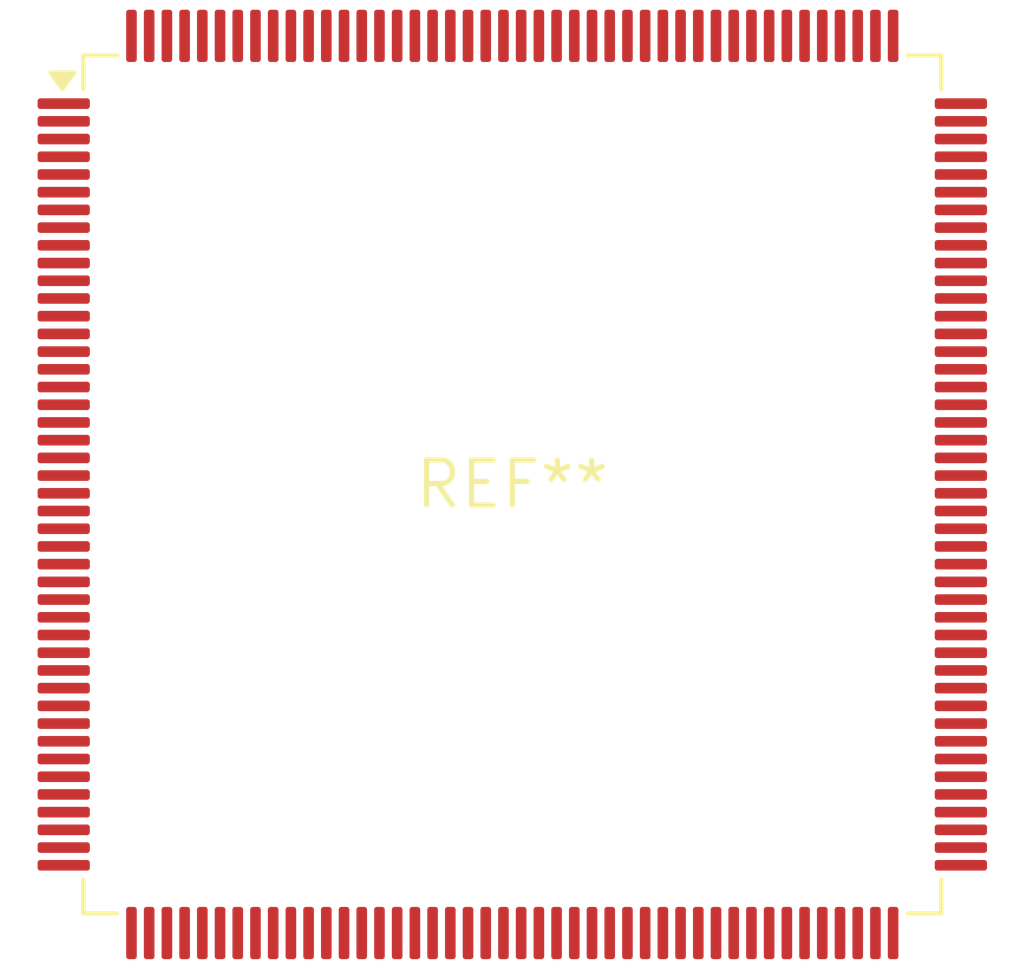
<source format=kicad_pcb>
(kicad_pcb (version 20240108) (generator pcbnew)
  (layers (0 "F.Cu" signal) (31 "B.Cu" signal) (34 "B.Paste" user) (35 "F.Paste" user) (36 "B.SilkS" user "B.Silkscreen") (37 "F.SilkS" user "F.Silkscreen") (38 "B.Mask" user) (39 "F.Mask" user) (44 "Edge.Cuts" user))
  (net 0 "")
  (footprint "TQFP-176_24x24mm_P0.5mm" (layer "F.Cu") (at 0 0)
    (property "Reference" "REF**")
    (property "Value" "TQFP-176_24x24mm_P0.5mm")
    (fp_line (start -12.11 -12.11) (end -12.11 -11.16) (layer "F.SilkS") (stroke (width 0.12)))
    (fp_line (start -12.11 12.11) (end -12.11 11.16) (layer "F.SilkS") (stroke (width 0.12)))
    (fp_line (start -11.16 -12.11) (end -12.11 -12.11) (layer "F.SilkS") (stroke (width 0.12)))
    (fp_line (start -11.16 12.11) (end -12.11 12.11) (layer "F.SilkS") (stroke (width 0.12)))
    (fp_line (start 11.16 -12.11) (end 12.11 -12.11) (layer "F.SilkS") (stroke (width 0.12)))
    (fp_line (start 11.16 12.11) (end 12.11 12.11) (layer "F.SilkS") (stroke (width 0.12)))
    (fp_line (start 12.11 -12.11) (end 12.11 -11.16) (layer "F.SilkS") (stroke (width 0.12)))
    (fp_line (start 12.11 12.11) (end 12.11 11.16) (layer "F.SilkS") (stroke (width 0.12)))
    (fp_poly (pts (xy -12.7 -11.16) (xy -13.04 -11.63) (xy -12.36 -11.63) (xy -12.7 -11.16)) (layer "F.SilkS") (stroke (width 0.12)) (fill solid))
    (pad "1" smd roundrect (at -12.6625 -10.75) (size 1.475 0.3) (layers "F.Cu" "F.Paste" "F.Mask"))
    (pad "2" smd roundrect (at -12.6625 -10.25) (size 1.475 0.3) (layers "F.Cu" "F.Paste" "F.Mask"))
    (pad "3" smd roundrect (at -12.6625 -9.75) (size 1.475 0.3) (layers "F.Cu" "F.Paste" "F.Mask"))
    (pad "4" smd roundrect (at -12.6625 -9.25) (size 1.475 0.3) (layers "F.Cu" "F.Paste" "F.Mask"))
    (pad "5" smd roundrect (at -12.6625 -8.75) (size 1.475 0.3) (layers "F.Cu" "F.Paste" "F.Mask"))
    (pad "6" smd roundrect (at -12.6625 -8.25) (size 1.475 0.3) (layers "F.Cu" "F.Paste" "F.Mask"))
    (pad "7" smd roundrect (at -12.6625 -7.75) (size 1.475 0.3) (layers "F.Cu" "F.Paste" "F.Mask"))
    (pad "8" smd roundrect (at -12.6625 -7.25) (size 1.475 0.3) (layers "F.Cu" "F.Paste" "F.Mask"))
    (pad "9" smd roundrect (at -12.6625 -6.75) (size 1.475 0.3) (layers "F.Cu" "F.Paste" "F.Mask"))
    (pad "10" smd roundrect (at -12.6625 -6.25) (size 1.475 0.3) (layers "F.Cu" "F.Paste" "F.Mask"))
    (pad "11" smd roundrect (at -12.6625 -5.75) (size 1.475 0.3) (layers "F.Cu" "F.Paste" "F.Mask"))
    (pad "12" smd roundrect (at -12.6625 -5.25) (size 1.475 0.3) (layers "F.Cu" "F.Paste" "F.Mask"))
    (pad "13" smd roundrect (at -12.6625 -4.75) (size 1.475 0.3) (layers "F.Cu" "F.Paste" "F.Mask"))
    (pad "14" smd roundrect (at -12.6625 -4.25) (size 1.475 0.3) (layers "F.Cu" "F.Paste" "F.Mask"))
    (pad "15" smd roundrect (at -12.6625 -3.75) (size 1.475 0.3) (layers "F.Cu" "F.Paste" "F.Mask"))
    (pad "16" smd roundrect (at -12.6625 -3.25) (size 1.475 0.3) (layers "F.Cu" "F.Paste" "F.Mask"))
    (pad "17" smd roundrect (at -12.6625 -2.75) (size 1.475 0.3) (layers "F.Cu" "F.Paste" "F.Mask"))
    (pad "18" smd roundrect (at -12.6625 -2.25) (size 1.475 0.3) (layers "F.Cu" "F.Paste" "F.Mask"))
    (pad "19" smd roundrect (at -12.6625 -1.75) (size 1.475 0.3) (layers "F.Cu" "F.Paste" "F.Mask"))
    (pad "20" smd roundrect (at -12.6625 -1.25) (size 1.475 0.3) (layers "F.Cu" "F.Paste" "F.Mask"))
    (pad "21" smd roundrect (at -12.6625 -0.75) (size 1.475 0.3) (layers "F.Cu" "F.Paste" "F.Mask"))
    (pad "22" smd roundrect (at -12.6625 -0.25) (size 1.475 0.3) (layers "F.Cu" "F.Paste" "F.Mask"))
    (pad "23" smd roundrect (at -12.6625 0.25) (size 1.475 0.3) (layers "F.Cu" "F.Paste" "F.Mask"))
    (pad "24" smd roundrect (at -12.6625 0.75) (size 1.475 0.3) (layers "F.Cu" "F.Paste" "F.Mask"))
    (pad "25" smd roundrect (at -12.6625 1.25) (size 1.475 0.3) (layers "F.Cu" "F.Paste" "F.Mask"))
    (pad "26" smd roundrect (at -12.6625 1.75) (size 1.475 0.3) (layers "F.Cu" "F.Paste" "F.Mask"))
    (pad "27" smd roundrect (at -12.6625 2.25) (size 1.475 0.3) (layers "F.Cu" "F.Paste" "F.Mask"))
    (pad "28" smd roundrect (at -12.6625 2.75) (size 1.475 0.3) (layers "F.Cu" "F.Paste" "F.Mask"))
    (pad "29" smd roundrect (at -12.6625 3.25) (size 1.475 0.3) (layers "F.Cu" "F.Paste" "F.Mask"))
    (pad "30" smd roundrect (at -12.6625 3.75) (size 1.475 0.3) (layers "F.Cu" "F.Paste" "F.Mask"))
    (pad "31" smd roundrect (at -12.6625 4.25) (size 1.475 0.3) (layers "F.Cu" "F.Paste" "F.Mask"))
    (pad "32" smd roundrect (at -12.6625 4.75) (size 1.475 0.3) (layers "F.Cu" "F.Paste" "F.Mask"))
    (pad "33" smd roundrect (at -12.6625 5.25) (size 1.475 0.3) (layers "F.Cu" "F.Paste" "F.Mask"))
    (pad "34" smd roundrect (at -12.6625 5.75) (size 1.475 0.3) (layers "F.Cu" "F.Paste" "F.Mask"))
    (pad "35" smd roundrect (at -12.6625 6.25) (size 1.475 0.3) (layers "F.Cu" "F.Paste" "F.Mask"))
    (pad "36" smd roundrect (at -12.6625 6.75) (size 1.475 0.3) (layers "F.Cu" "F.Paste" "F.Mask"))
    (pad "37" smd roundrect (at -12.6625 7.25) (size 1.475 0.3) (layers "F.Cu" "F.Paste" "F.Mask"))
    (pad "38" smd roundrect (at -12.6625 7.75) (size 1.475 0.3) (layers "F.Cu" "F.Paste" "F.Mask"))
    (pad "39" smd roundrect (at -12.6625 8.25) (size 1.475 0.3) (layers "F.Cu" "F.Paste" "F.Mask"))
    (pad "40" smd roundrect (at -12.6625 8.75) (size 1.475 0.3) (layers "F.Cu" "F.Paste" "F.Mask"))
    (pad "41" smd roundrect (at -12.6625 9.25) (size 1.475 0.3) (layers "F.Cu" "F.Paste" "F.Mask"))
    (pad "42" smd roundrect (at -12.6625 9.75) (size 1.475 0.3) (layers "F.Cu" "F.Paste" "F.Mask"))
    (pad "43" smd roundrect (at -12.6625 10.25) (size 1.475 0.3) (layers "F.Cu" "F.Paste" "F.Mask"))
    (pad "44" smd roundrect (at -12.6625 10.75) (size 1.475 0.3) (layers "F.Cu" "F.Paste" "F.Mask"))
    (pad "45" smd roundrect (at -10.75 12.6625) (size 0.3 1.475) (layers "F.Cu" "F.Paste" "F.Mask"))
    (pad "46" smd roundrect (at -10.25 12.6625) (size 0.3 1.475) (layers "F.Cu" "F.Paste" "F.Mask"))
    (pad "47" smd roundrect (at -9.75 12.6625) (size 0.3 1.475) (layers "F.Cu" "F.Paste" "F.Mask"))
    (pad "48" smd roundrect (at -9.25 12.6625) (size 0.3 1.475) (layers "F.Cu" "F.Paste" "F.Mask"))
    (pad "49" smd roundrect (at -8.75 12.6625) (size 0.3 1.475) (layers "F.Cu" "F.Paste" "F.Mask"))
    (pad "50" smd roundrect (at -8.25 12.6625) (size 0.3 1.475) (layers "F.Cu" "F.Paste" "F.Mask"))
    (pad "51" smd roundrect (at -7.75 12.6625) (size 0.3 1.475) (layers "F.Cu" "F.Paste" "F.Mask"))
    (pad "52" smd roundrect (at -7.25 12.6625) (size 0.3 1.475) (layers "F.Cu" "F.Paste" "F.Mask"))
    (pad "53" smd roundrect (at -6.75 12.6625) (size 0.3 1.475) (layers "F.Cu" "F.Paste" "F.Mask"))
    (pad "54" smd roundrect (at -6.25 12.6625) (size 0.3 1.475) (layers "F.Cu" "F.Paste" "F.Mask"))
    (pad "55" smd roundrect (at -5.75 12.6625) (size 0.3 1.475) (layers "F.Cu" "F.Paste" "F.Mask"))
    (pad "56" smd roundrect (at -5.25 12.6625) (size 0.3 1.475) (layers "F.Cu" "F.Paste" "F.Mask"))
    (pad "57" smd roundrect (at -4.75 12.6625) (size 0.3 1.475) (layers "F.Cu" "F.Paste" "F.Mask"))
    (pad "58" smd roundrect (at -4.25 12.6625) (size 0.3 1.475) (layers "F.Cu" "F.Paste" "F.Mask"))
    (pad "59" smd roundrect (at -3.75 12.6625) (size 0.3 1.475) (layers "F.Cu" "F.Paste" "F.Mask"))
    (pad "60" smd roundrect (at -3.25 12.6625) (size 0.3 1.475) (layers "F.Cu" "F.Paste" "F.Mask"))
    (pad "61" smd roundrect (at -2.75 12.6625) (size 0.3 1.475) (layers "F.Cu" "F.Paste" "F.Mask"))
    (pad "62" smd roundrect (at -2.25 12.6625) (size 0.3 1.475) (layers "F.Cu" "F.Paste" "F.Mask"))
    (pad "63" smd roundrect (at -1.75 12.6625) (size 0.3 1.475) (layers "F.Cu" "F.Paste" "F.Mask"))
    (pad "64" smd roundrect (at -1.25 12.6625) (size 0.3 1.475) (layers "F.Cu" "F.Paste" "F.Mask"))
    (pad "65" smd roundrect (at -0.75 12.6625) (size 0.3 1.475) (layers "F.Cu" "F.Paste" "F.Mask"))
    (pad "66" smd roundrect (at -0.25 12.6625) (size 0.3 1.475) (layers "F.Cu" "F.Paste" "F.Mask"))
    (pad "67" smd roundrect (at 0.25 12.6625) (size 0.3 1.475) (layers "F.Cu" "F.Paste" "F.Mask"))
    (pad "68" smd roundrect (at 0.75 12.6625) (size 0.3 1.475) (layers "F.Cu" "F.Paste" "F.Mask"))
    (pad "69" smd roundrect (at 1.25 12.6625) (size 0.3 1.475) (layers "F.Cu" "F.Paste" "F.Mask"))
    (pad "70" smd roundrect (at 1.75 12.6625) (size 0.3 1.475) (layers "F.Cu" "F.Paste" "F.Mask"))
    (pad "71" smd roundrect (at 2.25 12.6625) (size 0.3 1.475) (layers "F.Cu" "F.Paste" "F.Mask"))
    (pad "72" smd roundrect (at 2.75 12.6625) (size 0.3 1.475) (layers "F.Cu" "F.Paste" "F.Mask"))
    (pad "73" smd roundrect (at 3.25 12.6625) (size 0.3 1.475) (layers "F.Cu" "F.Paste" "F.Mask"))
    (pad "74" smd roundrect (at 3.75 12.6625) (size 0.3 1.475) (layers "F.Cu" "F.Paste" "F.Mask"))
    (pad "75" smd roundrect (at 4.25 12.6625) (size 0.3 1.475) (layers "F.Cu" "F.Paste" "F.Mask"))
    (pad "76" smd roundrect (at 4.75 12.6625) (size 0.3 1.475) (layers "F.Cu" "F.Paste" "F.Mask"))
    (pad "77" smd roundrect (at 5.25 12.6625) (size 0.3 1.475) (layers "F.Cu" "F.Paste" "F.Mask"))
    (pad "78" smd roundrect (at 5.75 12.6625) (size 0.3 1.475) (layers "F.Cu" "F.Paste" "F.Mask"))
    (pad "79" smd roundrect (at 6.25 12.6625) (size 0.3 1.475) (layers "F.Cu" "F.Paste" "F.Mask"))
    (pad "80" smd roundrect (at 6.75 12.6625) (size 0.3 1.475) (layers "F.Cu" "F.Paste" "F.Mask"))
    (pad "81" smd roundrect (at 7.25 12.6625) (size 0.3 1.475) (layers "F.Cu" "F.Paste" "F.Mask"))
    (pad "82" smd roundrect (at 7.75 12.6625) (size 0.3 1.475) (layers "F.Cu" "F.Paste" "F.Mask"))
    (pad "83" smd roundrect (at 8.25 12.6625) (size 0.3 1.475) (layers "F.Cu" "F.Paste" "F.Mask"))
    (pad "84" smd roundrect (at 8.75 12.6625) (size 0.3 1.475) (layers "F.Cu" "F.Paste" "F.Mask"))
    (pad "85" smd roundrect (at 9.25 12.6625) (size 0.3 1.475) (layers "F.Cu" "F.Paste" "F.Mask"))
    (pad "86" smd roundrect (at 9.75 12.6625) (size 0.3 1.475) (layers "F.Cu" "F.Paste" "F.Mask"))
    (pad "87" smd roundrect (at 10.25 12.6625) (size 0.3 1.475) (layers "F.Cu" "F.Paste" "F.Mask"))
    (pad "88" smd roundrect (at 10.75 12.6625) (size 0.3 1.475) (layers "F.Cu" "F.Paste" "F.Mask"))
    (pad "89" smd roundrect (at 12.6625 10.75) (size 1.475 0.3) (layers "F.Cu" "F.Paste" "F.Mask"))
    (pad "90" smd roundrect (at 12.6625 10.25) (size 1.475 0.3) (layers "F.Cu" "F.Paste" "F.Mask"))
    (pad "91" smd roundrect (at 12.6625 9.75) (size 1.475 0.3) (layers "F.Cu" "F.Paste" "F.Mask"))
    (pad "92" smd roundrect (at 12.6625 9.25) (size 1.475 0.3) (layers "F.Cu" "F.Paste" "F.Mask"))
    (pad "93" smd roundrect (at 12.6625 8.75) (size 1.475 0.3) (layers "F.Cu" "F.Paste" "F.Mask"))
    (pad "94" smd roundrect (at 12.6625 8.25) (size 1.475 0.3) (layers "F.Cu" "F.Paste" "F.Mask"))
    (pad "95" smd roundrect (at 12.6625 7.75) (size 1.475 0.3) (layers "F.Cu" "F.Paste" "F.Mask"))
    (pad "96" smd roundrect (at 12.6625 7.25) (size 1.475 0.3) (layers "F.Cu" "F.Paste" "F.Mask"))
    (pad "97" smd roundrect (at 12.6625 6.75) (size 1.475 0.3) (layers "F.Cu" "F.Paste" "F.Mask"))
    (pad "98" smd roundrect (at 12.6625 6.25) (size 1.475 0.3) (layers "F.Cu" "F.Paste" "F.Mask"))
    (pad "99" smd roundrect (at 12.6625 5.75) (size 1.475 0.3) (layers "F.Cu" "F.Paste" "F.Mask"))
    (pad "100" smd roundrect (at 12.6625 5.25) (size 1.475 0.3) (layers "F.Cu" "F.Paste" "F.Mask"))
    (pad "101" smd roundrect (at 12.6625 4.75) (size 1.475 0.3) (layers "F.Cu" "F.Paste" "F.Mask"))
    (pad "102" smd roundrect (at 12.6625 4.25) (size 1.475 0.3) (layers "F.Cu" "F.Paste" "F.Mask"))
    (pad "103" smd roundrect (at 12.6625 3.75) (size 1.475 0.3) (layers "F.Cu" "F.Paste" "F.Mask"))
    (pad "104" smd roundrect (at 12.6625 3.25) (size 1.475 0.3) (layers "F.Cu" "F.Paste" "F.Mask"))
    (pad "105" smd roundrect (at 12.6625 2.75) (size 1.475 0.3) (layers "F.Cu" "F.Paste" "F.Mask"))
    (pad "106" smd roundrect (at 12.6625 2.25) (size 1.475 0.3) (layers "F.Cu" "F.Paste" "F.Mask"))
    (pad "107" smd roundrect (at 12.6625 1.75) (size 1.475 0.3) (layers "F.Cu" "F.Paste" "F.Mask"))
    (pad "108" smd roundrect (at 12.6625 1.25) (size 1.475 0.3) (layers "F.Cu" "F.Paste" "F.Mask"))
    (pad "109" smd roundrect (at 12.6625 0.75) (size 1.475 0.3) (layers "F.Cu" "F.Paste" "F.Mask"))
    (pad "110" smd roundrect (at 12.6625 0.25) (size 1.475 0.3) (layers "F.Cu" "F.Paste" "F.Mask"))
    (pad "111" smd roundrect (at 12.6625 -0.25) (size 1.475 0.3) (layers "F.Cu" "F.Paste" "F.Mask"))
    (pad "112" smd roundrect (at 12.6625 -0.75) (size 1.475 0.3) (layers "F.Cu" "F.Paste" "F.Mask"))
    (pad "113" smd roundrect (at 12.6625 -1.25) (size 1.475 0.3) (layers "F.Cu" "F.Paste" "F.Mask"))
    (pad "114" smd roundrect (at 12.6625 -1.75) (size 1.475 0.3) (layers "F.Cu" "F.Paste" "F.Mask"))
    (pad "115" smd roundrect (at 12.6625 -2.25) (size 1.475 0.3) (layers "F.Cu" "F.Paste" "F.Mask"))
    (pad "116" smd roundrect (at 12.6625 -2.75) (size 1.475 0.3) (layers "F.Cu" "F.Paste" "F.Mask"))
    (pad "117" smd roundrect (at 12.6625 -3.25) (size 1.475 0.3) (layers "F.Cu" "F.Paste" "F.Mask"))
    (pad "118" smd roundrect (at 12.6625 -3.75) (size 1.475 0.3) (layers "F.Cu" "F.Paste" "F.Mask"))
    (pad "119" smd roundrect (at 12.6625 -4.25) (size 1.475 0.3) (layers "F.Cu" "F.Paste" "F.Mask"))
    (pad "120" smd roundrect (at 12.6625 -4.75) (size 1.475 0.3) (layers "F.Cu" "F.Paste" "F.Mask"))
    (pad "121" smd roundrect (at 12.6625 -5.25) (size 1.475 0.3) (layers "F.Cu" "F.Paste" "F.Mask"))
    (pad "122" smd roundrect (at 12.6625 -5.75) (size 1.475 0.3) (layers "F.Cu" "F.Paste" "F.Mask"))
    (pad "123" smd roundrect (at 12.6625 -6.25) (size 1.475 0.3) (layers "F.Cu" "F.Paste" "F.Mask"))
    (pad "124" smd roundrect (at 12.6625 -6.75) (size 1.475 0.3) (layers "F.Cu" "F.Paste" "F.Mask"))
    (pad "125" smd roundrect (at 12.6625 -7.25) (size 1.475 0.3) (layers "F.Cu" "F.Paste" "F.Mask"))
    (pad "126" smd roundrect (at 12.6625 -7.75) (size 1.475 0.3) (layers "F.Cu" "F.Paste" "F.Mask"))
    (pad "127" smd roundrect (at 12.6625 -8.25) (size 1.475 0.3) (layers "F.Cu" "F.Paste" "F.Mask"))
    (pad "128" smd roundrect (at 12.6625 -8.75) (size 1.475 0.3) (layers "F.Cu" "F.Paste" "F.Mask"))
    (pad "129" smd roundrect (at 12.6625 -9.25) (size 1.475 0.3) (layers "F.Cu" "F.Paste" "F.Mask"))
    (pad "130" smd roundrect (at 12.6625 -9.75) (size 1.475 0.3) (layers "F.Cu" "F.Paste" "F.Mask"))
    (pad "131" smd roundrect (at 12.6625 -10.25) (size 1.475 0.3) (layers "F.Cu" "F.Paste" "F.Mask"))
    (pad "132" smd roundrect (at 12.6625 -10.75) (size 1.475 0.3) (layers "F.Cu" "F.Paste" "F.Mask"))
    (pad "133" smd roundrect (at 10.75 -12.6625) (size 0.3 1.475) (layers "F.Cu" "F.Paste" "F.Mask"))
    (pad "134" smd roundrect (at 10.25 -12.6625) (size 0.3 1.475) (layers "F.Cu" "F.Paste" "F.Mask"))
    (pad "135" smd roundrect (at 9.75 -12.6625) (size 0.3 1.475) (layers "F.Cu" "F.Paste" "F.Mask"))
    (pad "136" smd roundrect (at 9.25 -12.6625) (size 0.3 1.475) (layers "F.Cu" "F.Paste" "F.Mask"))
    (pad "137" smd roundrect (at 8.75 -12.6625) (size 0.3 1.475) (layers "F.Cu" "F.Paste" "F.Mask"))
    (pad "138" smd roundrect (at 8.25 -12.6625) (size 0.3 1.475) (layers "F.Cu" "F.Paste" "F.Mask"))
    (pad "139" smd roundrect (at 7.75 -12.6625) (size 0.3 1.475) (layers "F.Cu" "F.Paste" "F.Mask"))
    (pad "140" smd roundrect (at 7.25 -12.6625) (size 0.3 1.475) (layers "F.Cu" "F.Paste" "F.Mask"))
    (pad "141" smd roundrect (at 6.75 -12.6625) (size 0.3 1.475) (layers "F.Cu" "F.Paste" "F.Mask"))
    (pad "142" smd roundrect (at 6.25 -12.6625) (size 0.3 1.475) (layers "F.Cu" "F.Paste" "F.Mask"))
    (pad "143" smd roundrect (at 5.75 -12.6625) (size 0.3 1.475) (layers "F.Cu" "F.Paste" "F.Mask"))
    (pad "144" smd roundrect (at 5.25 -12.6625) (size 0.3 1.475) (layers "F.Cu" "F.Paste" "F.Mask"))
    (pad "145" smd roundrect (at 4.75 -12.6625) (size 0.3 1.475) (layers "F.Cu" "F.Paste" "F.Mask"))
    (pad "146" smd roundrect (at 4.25 -12.6625) (size 0.3 1.475) (layers "F.Cu" "F.Paste" "F.Mask"))
    (pad "147" smd roundrect (at 3.75 -12.6625) (size 0.3 1.475) (layers "F.Cu" "F.Paste" "F.Mask"))
    (pad "148" smd roundrect (at 3.25 -12.6625) (size 0.3 1.475) (layers "F.Cu" "F.Paste" "F.Mask"))
    (pad "149" smd roundrect (at 2.75 -12.6625) (size 0.3 1.475) (layers "F.Cu" "F.Paste" "F.Mask"))
    (pad "150" smd roundrect (at 2.25 -12.6625) (size 0.3 1.475) (layers "F.Cu" "F.Paste" "F.Mask"))
    (pad "151" smd roundrect (at 1.75 -12.6625) (size 0.3 1.475) (layers "F.Cu" "F.Paste" "F.Mask"))
    (pad "152" smd roundrect (at 1.25 -12.6625) (size 0.3 1.475) (layers "F.Cu" "F.Paste" "F.Mask"))
    (pad "153" smd roundrect (at 0.75 -12.6625) (size 0.3 1.475) (layers "F.Cu" "F.Paste" "F.Mask"))
    (pad "154" smd roundrect (at 0.25 -12.6625) (size 0.3 1.475) (layers "F.Cu" "F.Paste" "F.Mask"))
    (pad "155" smd roundrect (at -0.25 -12.6625) (size 0.3 1.475) (layers "F.Cu" "F.Paste" "F.Mask"))
    (pad "156" smd roundrect (at -0.75 -12.6625) (size 0.3 1.475) (layers "F.Cu" "F.Paste" "F.Mask"))
    (pad "157" smd roundrect (at -1.25 -12.6625) (size 0.3 1.475) (layers "F.Cu" "F.Paste" "F.Mask"))
    (pad "158" smd roundrect (at -1.75 -12.6625) (size 0.3 1.475) (layers "F.Cu" "F.Paste" "F.Mask"))
    (pad "159" smd roundrect (at -2.25 -12.6625) (size 0.3 1.475) (layers "F.Cu" "F.Paste" "F.Mask"))
    (pad "160" smd roundrect (at -2.75 -12.6625) (size 0.3 1.475) (layers "F.Cu" "F.Paste" "F.Mask"))
    (pad "161" smd roundrect (at -3.25 -12.6625) (size 0.3 1.475) (layers "F.Cu" "F.Paste" "F.Mask"))
    (pad "162" smd roundrect (at -3.75 -12.6625) (size 0.3 1.475) (layers "F.Cu" "F.Paste" "F.Mask"))
    (pad "163" smd roundrect (at -4.25 -12.6625) (size 0.3 1.475) (layers "F.Cu" "F.Paste" "F.Mask"))
    (pad "164" smd roundrect (at -4.75 -12.6625) (size 0.3 1.475) (layers "F.Cu" "F.Paste" "F.Mask"))
    (pad "165" smd roundrect (at -5.25 -12.6625) (size 0.3 1.475) (layers "F.Cu" "F.Paste" "F.Mask"))
    (pad "166" smd roundrect (at -5.75 -12.6625) (size 0.3 1.475) (layers "F.Cu" "F.Paste" "F.Mask"))
    (pad "167" smd roundrect (at -6.25 -12.6625) (size 0.3 1.475) (layers "F.Cu" "F.Paste" "F.Mask"))
    (pad "168" smd roundrect (at -6.75 -12.6625) (size 0.3 1.475) (layers "F.Cu" "F.Paste" "F.Mask"))
    (pad "169" smd roundrect (at -7.25 -12.6625) (size 0.3 1.475) (layers "F.Cu" "F.Paste" "F.Mask"))
    (pad "170" smd roundrect (at -7.75 -12.6625) (size 0.3 1.475) (layers "F.Cu" "F.Paste" "F.Mask"))
    (pad "171" smd roundrect (at -8.25 -12.6625) (size 0.3 1.475) (layers "F.Cu" "F.Paste" "F.Mask"))
    (pad "172" smd roundrect (at -8.75 -12.6625) (size 0.3 1.475) (layers "F.Cu" "F.Paste" "F.Mask"))
    (pad "173" smd roundrect (at -9.25 -12.6625) (size 0.3 1.475) (layers "F.Cu" "F.Paste" "F.Mask"))
    (pad "174" smd roundrect (at -9.75 -12.6625) (size 0.3 1.475) (layers "F.Cu" "F.Paste" "F.Mask"))
    (pad "175" smd roundrect (at -10.25 -12.6625) (size 0.3 1.475) (layers "F.Cu" "F.Paste" "F.Mask"))
    (pad "176" smd roundrect (at -10.75 -12.6625) (size 0.3 1.475) (layers "F.Cu" "F.Paste" "F.Mask"))
  )
)
</source>
